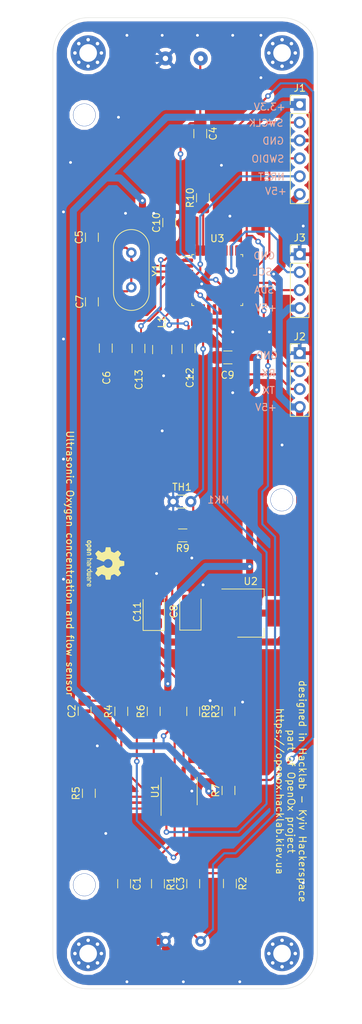
<source format=kicad_pcb>
(kicad_pcb (version 20171130) (host pcbnew 6.0.0-rc1-unknown-95dcc30~66~ubuntu18.04.1)
  (layers (0 F.Cu signal) (31 B.Cu signal) (34 B.Paste user) (35 F.Paste user) (36 B.SilkS user) (37 F.SilkS user) (38 B.Mask user) (39 F.Mask user) (44 Edge.Cuts user))
  (net 0 "")
  (net 1 GND)
  (net 2 "Net-(C1-Pad2)")
  (net 3 "Net-(C2-Pad2)")
  (net 4 "Net-(C3-Pad2)")
  (net 5 /PWM1)
  (net 6 /PWM2)
  (net 7 "Net-(C4-Pad2)")
  (net 8 +3V3)
  (net 9 /OUT1)
  (net 10 /OUT2)
  (net 11 "Net-(R1-Pad1)")
  (net 12 "Net-(R4-Pad1)")
  (net 13 "Net-(C5-Pad1)")
  (net 14 /NRST)
  (net 15 "Net-(C7-Pad1)")
  (net 16 +5V)
  (net 17 /SWCLK)
  (net 18 /SWDIO)
  (net 19 "Net-(J2-Pad3)")
  (net 20 "Net-(J3-Pad2)")
  (net 21 "Net-(J3-Pad3)")
  (net 22 /NTC)
  (net 23 "Net-(R10-Pad1)")
  (net 24 "Net-(U3-Pad10)")
  (net 25 "Net-(U3-Pad11)")
  (net 26 "Net-(U3-Pad12)")
  (net 27 "Net-(U3-Pad13)")
  (net 28 "Net-(U3-Pad14)")
  (net 29 "Net-(U3-Pad15)")
  (net 30 "Net-(U3-Pad21)")
  (net 31 "Net-(U3-Pad22)")
  (net 32 "Net-(U3-Pad25)")
  (net 33 "Net-(U3-Pad26)")
  (net 34 "Net-(U3-Pad27)")
  (net 35 "Net-(U3-Pad28)")
  (net 36 "Net-(U3-Pad30)")
  (net 37 "Net-(L1-Pad1)")
  (module footprints:Flow-sensor (layer B.Cu) (at 65.958201 95.774)
    (fp_text reference MK1 (at 5 0) (layer B.SilkS) (effects (justify mirror)))
    (fp_text value Sensor)
    (pad 1 thru_hole circle (at -2.5 62.5) (size 1.524 1.524) (drill 0.762) (layers *.Cu *.Mask) (net 1 GND))
    (pad 2 thru_hole circle (at 2.5 62.5) (size 1.524 1.524) (drill 0.762) (layers *.Cu *.Mask) (net 5 /PWM1))
    (pad 3 thru_hole circle (at -2.5 -62.5) (size 2 2) (drill 0.762) (layers *.Cu *.Mask) (net 1 GND))
    (pad 4 thru_hole circle (at 2.5 -62.5) (size 2 2) (drill 0.762) (layers *.Cu *.Mask) (net 6 /PWM2))
    (pad "" thru_hole circle (at -14 54.5) (size 3.2 3.2) (drill 3.1) (layers *.Cu *.Mask))
    (pad "" thru_hole circle (at 14 0) (size 3.2 3.2) (drill 3.1) (layers *.Cu *.Mask))
    (pad "" thru_hole circle (at -14 -54.5) (size 3.2 3.2) (drill 3.1) (layers *.Cu *.Mask))
  )
  (module Capacitor_SMD:C_1206_3216Metric_Pad1.42x1.75mm_HandSolder (layer F.Cu) (at 57.6 150.1125 270)
    (fp_text reference C1 (at 0 -1.82 270) (layer F.SilkS))
    (fp_text value 10nF)
    (pad 1 smd roundrect (at -1.4875 0 270) (size 1.425 1.75) (layers F.Cu F.Paste F.Mask) (roundrect_rratio 0.175439) (net 1 GND))
    (pad 2 smd roundrect (at 1.4875 0 270) (size 1.425 1.75) (layers F.Cu F.Paste F.Mask) (roundrect_rratio 0.175439) (net 2 "Net-(C1-Pad2)"))
  )
  (module Capacitor_SMD:C_1206_3216Metric_Pad1.42x1.75mm_HandSolder (layer F.Cu) (at 52 125.6875 90)
    (fp_text reference C2 (at 0 -1.82 90) (layer F.SilkS))
    (fp_text value 10nF)
    (pad 2 smd roundrect (at 1.4875 0 90) (size 1.425 1.75) (layers F.Cu F.Paste F.Mask) (roundrect_rratio 0.175439) (net 3 "Net-(C2-Pad2)"))
    (pad 1 smd roundrect (at -1.4875 0 90) (size 1.425 1.75) (layers F.Cu F.Paste F.Mask) (roundrect_rratio 0.175439) (net 1 GND))
  )
  (module Capacitor_SMD:C_1206_3216Metric_Pad1.42x1.75mm_HandSolder (layer F.Cu) (at 67.4 150.1125 90)
    (fp_text reference C3 (at 0 -1.82 90) (layer F.SilkS))
    (fp_text value 10nF)
    (pad 1 smd roundrect (at -1.4875 0 90) (size 1.425 1.75) (layers F.Cu F.Paste F.Mask) (roundrect_rratio 0.175439) (net 5 /PWM1))
    (pad 2 smd roundrect (at 1.4875 0 90) (size 1.425 1.75) (layers F.Cu F.Paste F.Mask) (roundrect_rratio 0.175439) (net 4 "Net-(C3-Pad2)"))
  )
  (module Capacitor_SMD:C_1206_3216Metric_Pad1.42x1.75mm_HandSolder (layer F.Cu) (at 68.4 43.9125 270)
    (fp_text reference C4 (at 0 -1.82 270) (layer F.SilkS))
    (fp_text value 10nF)
    (pad 2 smd roundrect (at 1.4875 0 270) (size 1.425 1.75) (layers F.Cu F.Paste F.Mask) (roundrect_rratio 0.175439) (net 7 "Net-(C4-Pad2)"))
    (pad 1 smd roundrect (at -1.4875 0 270) (size 1.425 1.75) (layers F.Cu F.Paste F.Mask) (roundrect_rratio 0.175439) (net 6 /PWM2))
  )
  (module Capacitor_SMD:C_1206_3216Metric_Pad1.42x1.75mm_HandSolder (layer F.Cu) (at 53.032 58.5885 90)
    (fp_text reference C5 (at 0 -1.82 90) (layer F.SilkS))
    (fp_text value C_Small)
    (pad 2 smd roundrect (at 1.4875 0 90) (size 1.425 1.75) (layers F.Cu F.Paste F.Mask) (roundrect_rratio 0.175439) (net 1 GND))
    (pad 1 smd roundrect (at -1.4875 0 90) (size 1.425 1.75) (layers F.Cu F.Paste F.Mask) (roundrect_rratio 0.175439) (net 13 "Net-(C5-Pad1)"))
  )
  (module Capacitor_SMD:C_1206_3216Metric_Pad1.42x1.75mm_HandSolder (layer F.Cu) (at 55 74.2875 90)
    (fp_text reference C6 (at -4.1985 0.118 90) (layer F.SilkS))
    (fp_text value 100n)
    (pad 2 smd roundrect (at 1.4875 0 90) (size 1.425 1.75) (layers F.Cu F.Paste F.Mask) (roundrect_rratio 0.175439) (net 14 /NRST))
    (pad 1 smd roundrect (at -1.4875 0 90) (size 1.425 1.75) (layers F.Cu F.Paste F.Mask) (roundrect_rratio 0.175439) (net 1 GND))
  )
  (module Capacitor_SMD:C_1206_3216Metric_Pad1.42x1.75mm_HandSolder (layer F.Cu) (at 53.032 67.7325 270)
    (fp_text reference C7 (at 0 1.724 270) (layer F.SilkS))
    (fp_text value C_Small)
    (pad 1 smd roundrect (at -1.4875 0 270) (size 1.425 1.75) (layers F.Cu F.Paste F.Mask) (roundrect_rratio 0.175439) (net 15 "Net-(C7-Pad1)"))
    (pad 2 smd roundrect (at 1.4875 0 270) (size 1.425 1.75) (layers F.Cu F.Paste F.Mask) (roundrect_rratio 0.175439) (net 1 GND))
  )
  (module Capacitor_Tantalum_SMD:CP_EIA-3528-21_Kemet-B_Pad1.50x2.35mm_HandSolder (layer F.Cu) (at 67 111.575 90)
    (fp_text reference C8 (at 0 -2.35 90) (layer F.SilkS))
    (fp_text value 100uF)
    (pad 1 smd roundrect (at -1.625 0 90) (size 1.5 2.35) (layers F.Cu F.Paste F.Mask) (roundrect_rratio 0.166667) (net 8 +3V3))
    (pad 2 smd roundrect (at 1.625 0 90) (size 1.5 2.35) (layers F.Cu F.Paste F.Mask) (roundrect_rratio 0.166667) (net 1 GND))
  )
  (module Capacitor_SMD:C_1206_3216Metric_Pad1.42x1.75mm_HandSolder (layer F.Cu) (at 72.3125 75.6 180)
    (fp_text reference C9 (at 0.0495 -2.505 180) (layer F.SilkS))
    (fp_text value 100n)
    (pad 1 smd roundrect (at -1.4875 0 180) (size 1.425 1.75) (layers F.Cu F.Paste F.Mask) (roundrect_rratio 0.175439) (net 8 +3V3))
    (pad 2 smd roundrect (at 1.4875 0 180) (size 1.425 1.75) (layers F.Cu F.Paste F.Mask) (roundrect_rratio 0.175439) (net 1 GND))
  )
  (module Capacitor_SMD:C_1206_3216Metric_Pad1.42x1.75mm_HandSolder (layer F.Cu) (at 64 56.5125 90)
    (fp_text reference C10 (at 0 -1.82 90) (layer F.SilkS))
    (fp_text value 100n)
    (pad 2 smd roundrect (at 1.4875 0 90) (size 1.425 1.75) (layers F.Cu F.Paste F.Mask) (roundrect_rratio 0.175439) (net 1 GND))
    (pad 1 smd roundrect (at -1.4875 0 90) (size 1.425 1.75) (layers F.Cu F.Paste F.Mask) (roundrect_rratio 0.175439) (net 8 +3V3))
  )
  (module Capacitor_Tantalum_SMD:CP_EIA-3528-21_Kemet-B_Pad1.50x2.35mm_HandSolder (layer F.Cu) (at 61.8 111.625 90)
    (fp_text reference C11 (at 0 -2.35 90) (layer F.SilkS))
    (fp_text value 100uF)
    (pad 2 smd roundrect (at 1.625 0 90) (size 1.5 2.35) (layers F.Cu F.Paste F.Mask) (roundrect_rratio 0.166667) (net 1 GND))
    (pad 1 smd roundrect (at -1.625 0 90) (size 1.5 2.35) (layers F.Cu F.Paste F.Mask) (roundrect_rratio 0.166667) (net 16 +5V))
  )
  (module Capacitor_SMD:C_1206_3216Metric_Pad1.42x1.75mm_HandSolder (layer F.Cu) (at 66.748 74.3365 90)
    (fp_text reference C12 (at -4.1495 0.181 90) (layer F.SilkS))
    (fp_text value 10n)
    (pad 1 smd roundrect (at -1.4875 0 90) (size 1.425 1.75) (layers F.Cu F.Paste F.Mask) (roundrect_rratio 0.175439) (net 1 GND))
    (pad 2 smd roundrect (at 1.4875 0 90) (size 1.425 1.75) (layers F.Cu F.Paste F.Mask) (roundrect_rratio 0.175439) (net 8 +3V3))
  )
  (module Capacitor_SMD:C_1206_3216Metric_Pad1.42x1.75mm_HandSolder (layer F.Cu) (at 59.636 74.3365 90)
    (fp_text reference C13 (at -4.4035 0.054 90) (layer F.SilkS))
    (fp_text value 1uF)
    (pad 1 smd roundrect (at -1.4875 0 90) (size 1.425 1.75) (layers F.Cu F.Paste F.Mask) (roundrect_rratio 0.175439) (net 1 GND))
    (pad 2 smd roundrect (at 1.4875 0 90) (size 1.425 1.75) (layers F.Cu F.Paste F.Mask) (roundrect_rratio 0.175439) (net 8 +3V3))
  )
  (module Connector_PinHeader_2.54mm:PinHeader_1x06_P2.54mm_Vertical (layer F.Cu) (at 82.5 39.8)
    (fp_text reference J1 (at 0 -2.33) (layer F.SilkS))
    (fp_text value DEBUG)
    (pad 1 thru_hole rect (at 0 0) (size 1.7 1.7) (drill 1) (layers *.Cu *.Mask) (net 8 +3V3))
    (pad 2 thru_hole oval (at 0 2.54) (size 1.7 1.7) (drill 1) (layers *.Cu *.Mask) (net 17 /SWCLK))
    (pad 3 thru_hole oval (at 0 5.08) (size 1.7 1.7) (drill 1) (layers *.Cu *.Mask) (net 1 GND))
    (pad 4 thru_hole oval (at 0 7.62) (size 1.7 1.7) (drill 1) (layers *.Cu *.Mask) (net 18 /SWDIO))
    (pad 5 thru_hole oval (at 0 10.16) (size 1.7 1.7) (drill 1) (layers *.Cu *.Mask) (net 14 /NRST))
    (pad 6 thru_hole oval (at 0 12.7) (size 1.7 1.7) (drill 1) (layers *.Cu *.Mask) (net 16 +5V))
  )
  (module Connector_PinHeader_2.54mm:PinHeader_1x04_P2.54mm_Vertical (layer F.Cu) (at 82.5 75)
    (fp_text reference J2 (at 0 -2.33) (layer F.SilkS))
    (fp_text value UART)
    (pad 4 thru_hole oval (at 0 7.62) (size 1.7 1.7) (drill 1) (layers *.Cu *.Mask) (net 16 +5V))
    (pad 3 thru_hole oval (at 0 5.08) (size 1.7 1.7) (drill 1) (layers *.Cu *.Mask) (net 19 "Net-(J2-Pad3)"))
    (pad 2 thru_hole oval (at 0 2.54) (size 1.7 1.7) (drill 1) (layers *.Cu *.Mask) (net 17 /SWCLK))
    (pad 1 thru_hole rect (at 0 0) (size 1.7 1.7) (drill 1) (layers *.Cu *.Mask) (net 1 GND))
  )
  (module Connector_PinHeader_2.54mm:PinHeader_1x04_P2.54mm_Vertical (layer F.Cu) (at 82.5 61)
    (fp_text reference J3 (at 0 -2.33) (layer F.SilkS))
    (fp_text value I2C)
    (pad 1 thru_hole rect (at 0 0) (size 1.7 1.7) (drill 1) (layers *.Cu *.Mask) (net 1 GND))
    (pad 2 thru_hole oval (at 0 2.54) (size 1.7 1.7) (drill 1) (layers *.Cu *.Mask) (net 20 "Net-(J3-Pad2)"))
    (pad 3 thru_hole oval (at 0 5.08) (size 1.7 1.7) (drill 1) (layers *.Cu *.Mask) (net 21 "Net-(J3-Pad3)"))
    (pad 4 thru_hole oval (at 0 7.62) (size 1.7 1.7) (drill 1) (layers *.Cu *.Mask) (net 16 +5V))
  )
  (module Inductor_SMD:L_1210_3225Metric_Pad1.42x2.65mm_HandSolder (layer F.Cu) (at 63 74.4875 270)
    (fp_text reference L1 (at -3.8955 0.054 270) (layer F.SilkS))
    (fp_text value 22uH)
    (pad 1 smd roundrect (at -1.4875 0 270) (size 1.425 2.65) (layers F.Cu F.Paste F.Mask) (roundrect_rratio 0.175439) (net 37 "Net-(L1-Pad1)"))
    (pad 2 smd roundrect (at 1.4875 0 270) (size 1.425 2.65) (layers F.Cu F.Paste F.Mask) (roundrect_rratio 0.175439) (net 8 +3V3))
  )
  (module Resistor_SMD:R_1206_3216Metric_Pad1.42x1.75mm_HandSolder (layer F.Cu) (at 62.4 150.1125 270)
    (fp_text reference R1 (at 0 -1.82 270) (layer F.SilkS))
    (fp_text value 1k)
    (pad 1 smd roundrect (at -1.4875 0 270) (size 1.425 1.75) (layers F.Cu F.Paste F.Mask) (roundrect_rratio 0.175439) (net 11 "Net-(R1-Pad1)"))
    (pad 2 smd roundrect (at 1.4875 0 270) (size 1.425 1.75) (layers F.Cu F.Paste F.Mask) (roundrect_rratio 0.175439) (net 2 "Net-(C1-Pad2)"))
  )
  (module Resistor_SMD:R_1206_3216Metric_Pad1.42x1.75mm_HandSolder (layer F.Cu) (at 72.6 150.0875 270)
    (fp_text reference R2 (at 0 -1.82 270) (layer F.SilkS))
    (fp_text value 1M)
    (pad 1 smd roundrect (at -1.4875 0 270) (size 1.425 1.75) (layers F.Cu F.Paste F.Mask) (roundrect_rratio 0.175439) (net 4 "Net-(C3-Pad2)"))
    (pad 2 smd roundrect (at 1.4875 0 270) (size 1.425 1.75) (layers F.Cu F.Paste F.Mask) (roundrect_rratio 0.175439) (net 1 GND))
  )
  (module Resistor_SMD:R_1206_3216Metric_Pad1.42x1.75mm_HandSolder (layer F.Cu) (at 72.4 125.7125 90)
    (fp_text reference R3 (at 0 -1.82 90) (layer F.SilkS))
    (fp_text value 1M)
    (pad 1 smd roundrect (at -1.4875 0 90) (size 1.425 1.75) (layers F.Cu F.Paste F.Mask) (roundrect_rratio 0.175439) (net 7 "Net-(C4-Pad2)"))
    (pad 2 smd roundrect (at 1.4875 0 90) (size 1.425 1.75) (layers F.Cu F.Paste F.Mask) (roundrect_rratio 0.175439) (net 1 GND))
  )
  (module Resistor_SMD:R_1206_3216Metric_Pad1.42x1.75mm_HandSolder (layer F.Cu) (at 57.2 125.7125 90)
    (fp_text reference R4 (at 0 -1.82 90) (layer F.SilkS))
    (fp_text value 1k)
    (pad 1 smd roundrect (at -1.4875 0 90) (size 1.425 1.75) (layers F.Cu F.Paste F.Mask) (roundrect_rratio 0.175439) (net 12 "Net-(R4-Pad1)"))
    (pad 2 smd roundrect (at 1.4875 0 90) (size 1.425 1.75) (layers F.Cu F.Paste F.Mask) (roundrect_rratio 0.175439) (net 3 "Net-(C2-Pad2)"))
  )
  (module Resistor_SMD:R_1206_3216Metric_Pad1.42x1.75mm_HandSolder (layer F.Cu) (at 52.6 137.3125 90)
    (fp_text reference R5 (at 0 -1.82 90) (layer F.SilkS))
    (fp_text value 100k)
    (pad 2 smd roundrect (at 1.4875 0 90) (size 1.425 1.75) (layers F.Cu F.Paste F.Mask) (roundrect_rratio 0.175439) (net 11 "Net-(R1-Pad1)"))
    (pad 1 smd roundrect (at -1.4875 0 90) (size 1.425 1.75) (layers F.Cu F.Paste F.Mask) (roundrect_rratio 0.175439) (net 9 /OUT1))
  )
  (module Resistor_SMD:R_1206_3216Metric_Pad1.42x1.75mm_HandSolder (layer F.Cu) (at 61.8 125.7125 90)
    (fp_text reference R6 (at 0 -1.82 90) (layer F.SilkS))
    (fp_text value 1M)
    (pad 2 smd roundrect (at 1.4875 0 90) (size 1.425 1.75) (layers F.Cu F.Paste F.Mask) (roundrect_rratio 0.175439) (net 4 "Net-(C3-Pad2)"))
    (pad 1 smd roundrect (at -1.4875 0 90) (size 1.425 1.75) (layers F.Cu F.Paste F.Mask) (roundrect_rratio 0.175439) (net 8 +3V3))
  )
  (module Resistor_SMD:R_1206_3216Metric_Pad1.42x1.75mm_HandSolder (layer F.Cu) (at 72.4 136.9125 90)
    (fp_text reference R7 (at 0 -1.82 90) (layer F.SilkS))
    (fp_text value 1M)
    (pad 2 smd roundrect (at 1.4875 0 90) (size 1.425 1.75) (layers F.Cu F.Paste F.Mask) (roundrect_rratio 0.175439) (net 7 "Net-(C4-Pad2)"))
    (pad 1 smd roundrect (at -1.4875 0 90) (size 1.425 1.75) (layers F.Cu F.Paste F.Mask) (roundrect_rratio 0.175439) (net 8 +3V3))
  )
  (module Resistor_SMD:R_1206_3216Metric_Pad1.42x1.75mm_HandSolder (layer F.Cu) (at 67.4 125.7125 270)
    (fp_text reference R8 (at 0 -1.82 270) (layer F.SilkS))
    (fp_text value 100k)
    (pad 2 smd roundrect (at 1.4875 0 270) (size 1.425 1.75) (layers F.Cu F.Paste F.Mask) (roundrect_rratio 0.175439) (net 12 "Net-(R4-Pad1)"))
    (pad 1 smd roundrect (at -1.4875 0 270) (size 1.425 1.75) (layers F.Cu F.Paste F.Mask) (roundrect_rratio 0.175439) (net 10 /OUT2))
  )
  (module Resistor_SMD:R_1206_3216Metric_Pad1.42x1.75mm_HandSolder (layer F.Cu) (at 65.9125 100.8 180)
    (fp_text reference R9 (at 0 -1.82 180) (layer F.SilkS))
    (fp_text value 10k)
    (pad 2 smd roundrect (at 1.4875 0 180) (size 1.425 1.75) (layers F.Cu F.Paste F.Mask) (roundrect_rratio 0.175439) (net 8 +3V3))
    (pad 1 smd roundrect (at -1.4875 0 180) (size 1.425 1.75) (layers F.Cu F.Paste F.Mask) (roundrect_rratio 0.175439) (net 22 /NTC))
  )
  (module Resistor_SMD:R_1206_3216Metric_Pad1.42x1.75mm_HandSolder (layer F.Cu) (at 68.78 53.0005 90)
    (fp_text reference R10 (at 0 -1.82 90) (layer F.SilkS))
    (fp_text value R_Small)
    (pad 1 smd roundrect (at -1.4875 0 90) (size 1.425 1.75) (layers F.Cu F.Paste F.Mask) (roundrect_rratio 0.175439) (net 23 "Net-(R10-Pad1)"))
    (pad 2 smd roundrect (at 1.4875 0 90) (size 1.425 1.75) (layers F.Cu F.Paste F.Mask) (roundrect_rratio 0.175439) (net 1 GND))
  )
  (module Capacitor_THT:C_Disc_D3.0mm_W1.6mm_P2.50mm (layer F.Cu) (at 64.556 96.012)
    (fp_text reference TH1 (at 1.25 -2.05) (layer F.SilkS))
    (fp_text value 10k)
    (pad 1 thru_hole circle (at 0 0) (size 1.6 1.6) (drill 0.8) (layers *.Cu *.Mask) (net 1 GND))
    (pad 2 thru_hole circle (at 2.5 0) (size 1.6 1.6) (drill 0.8) (layers *.Cu *.Mask) (net 22 /NTC))
  )
  (module Package_SO:SOIC-8_3.9x4.9mm_P1.27mm (layer F.Cu) (at 65.4 137 90)
    (fp_text reference U1 (at 0 -3.4 90) (layer F.SilkS))
    (fp_text value LM358)
    (pad 1 smd roundrect (at -2.475 -1.905 90) (size 1.95 0.6) (layers F.Cu F.Paste F.Mask) (net 9 /OUT1))
    (pad 2 smd roundrect (at -2.475 -0.635 90) (size 1.95 0.6) (layers F.Cu F.Paste F.Mask) (net 11 "Net-(R1-Pad1)"))
    (pad 3 smd roundrect (at -2.475 0.635 90) (size 1.95 0.6) (layers F.Cu F.Paste F.Mask) (net 4 "Net-(C3-Pad2)"))
    (pad 4 smd roundrect (at -2.475 1.905 90) (size 1.95 0.6) (layers F.Cu F.Paste F.Mask) (net 1 GND))
    (pad 5 smd roundrect (at 2.475 1.905 90) (size 1.95 0.6) (layers F.Cu F.Paste F.Mask) (net 7 "Net-(C4-Pad2)"))
    (pad 6 smd roundrect (at 2.475 0.635 90) (size 1.95 0.6) (layers F.Cu F.Paste F.Mask) (net 12 "Net-(R4-Pad1)"))
    (pad 7 smd roundrect (at 2.475 -0.635 90) (size 1.95 0.6) (layers F.Cu F.Paste F.Mask) (net 10 /OUT2))
    (pad 8 smd roundrect (at 2.475 -1.905 90) (size 1.95 0.6) (layers F.Cu F.Paste F.Mask) (net 8 +3V3))
  )
  (module Package_TO_SOT_SMD:SOT-223-3_TabPin2 (layer F.Cu) (at 75.55 111.8)
    (fp_text reference U2 (at 0 -4.5) (layer F.SilkS))
    (fp_text value LD1117S33TR_SOT223)
    (pad 2 smd rect (at 3.15 0) (size 2 3.8) (layers F.Cu F.Paste F.Mask) (net 8 +3V3))
    (pad 2 smd rect (at -3.15 0) (size 2 1.5) (layers F.Cu F.Paste F.Mask) (net 8 +3V3))
    (pad 3 smd rect (at -3.15 2.3) (size 2 1.5) (layers F.Cu F.Paste F.Mask) (net 16 +5V))
    (pad 1 smd rect (at -3.15 -2.3) (size 2 1.5) (layers F.Cu F.Paste F.Mask) (net 1 GND))
  )
  (module Package_QFP:LQFP-32_7x7mm_P0.8mm (layer F.Cu) (at 70.812 64.648)
    (fp_text reference U3 (at 0 -5.88) (layer F.SilkS))
    (fp_text value STM32F030K6Tx)
    (pad 1 smd roundrect (at -4.175 -2.8) (size 1.5 0.5) (layers F.Cu F.Paste F.Mask) (net 8 +3V3))
    (pad 2 smd roundrect (at -4.175 -2) (size 1.5 0.5) (layers F.Cu F.Paste F.Mask) (net 13 "Net-(C5-Pad1)"))
    (pad 3 smd roundrect (at -4.175 -1.2) (size 1.5 0.5) (layers F.Cu F.Paste F.Mask) (net 15 "Net-(C7-Pad1)"))
    (pad 4 smd roundrect (at -4.175 -0.4) (size 1.5 0.5) (layers F.Cu F.Paste F.Mask) (net 14 /NRST))
    (pad 5 smd roundrect (at -4.175 0.4) (size 1.5 0.5) (layers F.Cu F.Paste F.Mask) (net 37 "Net-(L1-Pad1)"))
    (pad 6 smd roundrect (at -4.175 1.2) (size 1.5 0.5) (layers F.Cu F.Paste F.Mask) (net 9 /OUT1))
    (pad 7 smd roundrect (at -4.175 2) (size 1.5 0.5) (layers F.Cu F.Paste F.Mask) (net 10 /OUT2))
    (pad 8 smd roundrect (at -4.175 2.8) (size 1.5 0.5) (layers F.Cu F.Paste F.Mask) (net 22 /NTC))
    (pad 9 smd roundrect (at -2.8 4.175) (size 0.5 1.5) (layers F.Cu F.Paste F.Mask) (net 19 "Net-(J2-Pad3)"))
    (pad 10 smd roundrect (at -2 4.175) (size 0.5 1.5) (layers F.Cu F.Paste F.Mask) (net 24 "Net-(U3-Pad10)"))
    (pad 11 smd roundrect (at -1.2 4.175) (size 0.5 1.5) (layers F.Cu F.Paste F.Mask) (net 25 "Net-(U3-Pad11)"))
    (pad 12 smd roundrect (at -0.4 4.175) (size 0.5 1.5) (layers F.Cu F.Paste F.Mask) (net 26 "Net-(U3-Pad12)"))
    (pad 13 smd roundrect (at 0.4 4.175) (size 0.5 1.5) (layers F.Cu F.Paste F.Mask) (net 27 "Net-(U3-Pad13)"))
    (pad 14 smd roundrect (at 1.2 4.175) (size 0.5 1.5) (layers F.Cu F.Paste F.Mask) (net 28 "Net-(U3-Pad14)"))
    (pad 15 smd roundrect (at 2 4.175) (size 0.5 1.5) (layers F.Cu F.Paste F.Mask) (net 29 "Net-(U3-Pad15)"))
    (pad 16 smd roundrect (at 2.8 4.175) (size 0.5 1.5) (layers F.Cu F.Paste F.Mask) (net 1 GND))
    (pad 17 smd roundrect (at 4.175 2.8) (size 1.5 0.5) (layers F.Cu F.Paste F.Mask) (net 8 +3V3))
    (pad 18 smd roundrect (at 4.175 2) (size 1.5 0.5) (layers F.Cu F.Paste F.Mask) (net 5 /PWM1))
    (pad 19 smd roundrect (at 4.175 1.2) (size 1.5 0.5) (layers F.Cu F.Paste F.Mask) (net 6 /PWM2))
    (pad 20 smd roundrect (at 4.175 0.4) (size 1.5 0.5) (layers F.Cu F.Paste F.Mask) (net 21 "Net-(J3-Pad3)"))
    (pad 21 smd roundrect (at 4.175 -0.4) (size 1.5 0.5) (layers F.Cu F.Paste F.Mask) (net 30 "Net-(U3-Pad21)"))
    (pad 22 smd roundrect (at 4.175 -1.2) (size 1.5 0.5) (layers F.Cu F.Paste F.Mask) (net 31 "Net-(U3-Pad22)"))
    (pad 23 smd roundrect (at 4.175 -2) (size 1.5 0.5) (layers F.Cu F.Paste F.Mask) (net 18 /SWDIO))
    (pad 24 smd roundrect (at 4.175 -2.8) (size 1.5 0.5) (layers F.Cu F.Paste F.Mask) (net 17 /SWCLK))
    (pad 25 smd roundrect (at 2.8 -4.175) (size 0.5 1.5) (layers F.Cu F.Paste F.Mask) (net 32 "Net-(U3-Pad25)"))
    (pad 26 smd roundrect (at 2 -4.175) (size 0.5 1.5) (layers F.Cu F.Paste F.Mask) (net 33 "Net-(U3-Pad26)"))
    (pad 27 smd roundrect (at 1.2 -4.175) (size 0.5 1.5) (layers F.Cu F.Paste F.Mask) (net 34 "Net-(U3-Pad27)"))
    (pad 28 smd roundrect (at 0.4 -4.175) (size 0.5 1.5) (layers F.Cu F.Paste F.Mask) (net 35 "Net-(U3-Pad28)"))
    (pad 29 smd roundrect (at -0.4 -4.175) (size 0.5 1.5) (layers F.Cu F.Paste F.Mask) (net 20 "Net-(J3-Pad2)"))
    (pad 30 smd roundrect (at -1.2 -4.175) (size 0.5 1.5) (layers F.Cu F.Paste F.Mask) (net 36 "Net-(U3-Pad30)"))
    (pad 31 smd roundrect (at -2 -4.175) (size 0.5 1.5) (layers F.Cu F.Paste F.Mask) (net 23 "Net-(R10-Pad1)"))
    (pad 32 smd roundrect (at -2.8 -4.175) (size 0.5 1.5) (layers F.Cu F.Paste F.Mask) (net 1 GND))
  )
  (module Crystal:Crystal_HC49-4H_Vertical (layer F.Cu) (at 58.62 60.784 270)
    (fp_text reference Y1 (at 2.44 -3.525 270) (layer F.SilkS))
    (fp_text value Crystal)
    (pad 1 thru_hole circle (at 0 0 270) (size 1.5 1.5) (drill 0.8) (layers *.Cu *.Mask) (net 13 "Net-(C5-Pad1)"))
    (pad 2 thru_hole circle (at 4.88 0 270) (size 1.5 1.5) (drill 0.8) (layers *.Cu *.Mask) (net 15 "Net-(C7-Pad1)"))
  )
  (module MountingHole:MountingHole_2.5mm_Pad_Via (layer F.Cu) (at 80 160)
    (fp_text reference " " (at 0 -3.5) (layer F.SilkS))
    (fp_text value MountingHole_2.5mm_Pad_Via)
    (pad 1 thru_hole circle (at 1.325825 -1.325825) (size 0.8 0.8) (drill 0.5) (layers *.Cu *.Mask))
    (pad 1 thru_hole circle (at 0 -1.875) (size 0.8 0.8) (drill 0.5) (layers *.Cu *.Mask))
    (pad 1 thru_hole circle (at -1.325825 -1.325825) (size 0.8 0.8) (drill 0.5) (layers *.Cu *.Mask))
    (pad 1 thru_hole circle (at -1.875 0) (size 0.8 0.8) (drill 0.5) (layers *.Cu *.Mask))
    (pad 1 thru_hole circle (at -1.325825 1.325825) (size 0.8 0.8) (drill 0.5) (layers *.Cu *.Mask))
    (pad 1 thru_hole circle (at 0 1.875) (size 0.8 0.8) (drill 0.5) (layers *.Cu *.Mask))
    (pad 1 thru_hole circle (at 1.325825 1.325825) (size 0.8 0.8) (drill 0.5) (layers *.Cu *.Mask))
    (pad 1 thru_hole circle (at 1.875 0) (size 0.8 0.8) (drill 0.5) (layers *.Cu *.Mask))
    (pad 1 thru_hole circle (at 0 0) (size 5 5) (drill 2.5) (layers *.Cu *.Mask))
  )
  (module MountingHole:MountingHole_2.5mm_Pad_Via (layer F.Cu) (at 52.5 160)
    (fp_text reference " " (at 0 -3.5) (layer F.SilkS))
    (fp_text value MountingHole_2.5mm_Pad_Via)
    (pad 1 thru_hole circle (at 1.325825 -1.325825) (size 0.8 0.8) (drill 0.5) (layers *.Cu *.Mask))
    (pad 1 thru_hole circle (at 0 -1.875) (size 0.8 0.8) (drill 0.5) (layers *.Cu *.Mask))
    (pad 1 thru_hole circle (at -1.325825 -1.325825) (size 0.8 0.8) (drill 0.5) (layers *.Cu *.Mask))
    (pad 1 thru_hole circle (at -1.875 0) (size 0.8 0.8) (drill 0.5) (layers *.Cu *.Mask))
    (pad 1 thru_hole circle (at -1.325825 1.325825) (size 0.8 0.8) (drill 0.5) (layers *.Cu *.Mask))
    (pad 1 thru_hole circle (at 0 1.875) (size 0.8 0.8) (drill 0.5) (layers *.Cu *.Mask))
    (pad 1 thru_hole circle (at 1.325825 1.325825) (size 0.8 0.8) (drill 0.5) (layers *.Cu *.Mask))
    (pad 1 thru_hole circle (at 1.875 0) (size 0.8 0.8) (drill 0.5) (layers *.Cu *.Mask))
    (pad 1 thru_hole circle (at 0 0) (size 5 5) (drill 2.5) (layers *.Cu *.Mask))
  )
  (module MountingHole:MountingHole_2.5mm_Pad_Via (layer F.Cu) (at 52.5 32.5)
    (fp_text reference "  " (at -0.049 -3.925) (layer F.SilkS))
    (fp_text value MountingHole_2.5mm_Pad_Via)
    (pad 1 thru_hole circle (at 1.325825 -1.325825) (size 0.8 0.8) (drill 0.5) (layers *.Cu *.Mask))
    (pad 1 thru_hole circle (at 0 -1.875) (size 0.8 0.8) (drill 0.5) (layers *.Cu *.Mask))
    (pad 1 thru_hole circle (at -1.325825 -1.325825) (size 0.8 0.8) (drill 0.5) (layers *.Cu *.Mask))
    (pad 1 thru_hole circle (at -1.875 0) (size 0.8 0.8) (drill 0.5) (layers *.Cu *.Mask))
    (pad 1 thru_hole circle (at -1.325825 1.325825) (size 0.8 0.8) (drill 0.5) (layers *.Cu *.Mask))
    (pad 1 thru_hole circle (at 0 1.875) (size 0.8 0.8) (drill 0.5) (layers *.Cu *.Mask))
    (pad 1 thru_hole circle (at 1.325825 1.325825) (size 0.8 0.8) (drill 0.5) (layers *.Cu *.Mask))
    (pad 1 thru_hole circle (at 1.875 0) (size 0.8 0.8) (drill 0.5) (layers *.Cu *.Mask))
    (pad 1 thru_hole circle (at 0 0) (size 5 5) (drill 2.5) (layers *.Cu *.Mask))
  )
  (module MountingHole:MountingHole_2.5mm_Pad_Via (layer F.Cu) (at 80 32.5)
    (fp_text reference " " (at 0 -3.5) (layer F.SilkS))
    (fp_text value MountingHole_2.5mm_Pad_Via)
    (pad 1 thru_hole circle (at 1.325825 -1.325825) (size 0.8 0.8) (drill 0.5) (layers *.Cu *.Mask))
    (pad 1 thru_hole circle (at 0 -1.875) (size 0.8 0.8) (drill 0.5) (layers *.Cu *.Mask))
    (pad 1 thru_hole circle (at -1.325825 -1.325825) (size 0.8 0.8) (drill 0.5) (layers *.Cu *.Mask))
    (pad 1 thru_hole circle (at -1.875 0) (size 0.8 0.8) (drill 0.5) (layers *.Cu *.Mask))
    (pad 1 thru_hole circle (at -1.325825 1.325825) (size 0.8 0.8) (drill 0.5) (layers *.Cu *.Mask))
    (pad 1 thru_hole circle (at 0 1.875) (size 0.8 0.8) (drill 0.5) (layers *.Cu *.Mask))
    (pad 1 thru_hole circle (at 1.325825 1.325825) (size 0.8 0.8) (drill 0.5) (layers *.Cu *.Mask))
    (pad 1 thru_hole circle (at 1.875 0) (size 0.8 0.8) (drill 0.5) (layers *.Cu *.Mask))
    (pad 1 thru_hole circle (at 0 0) (size 5 5) (drill 2.5) (layers *.Cu *.Mask))
  )
  (module Symbol:OSHW-Logo2_7.3x6mm_SilkScreen (layer F.Cu) (at 54.864 104.775 270)
    (fp_text reference REF** hide)
    (fp_text value OSHW-Logo2_7.3x6mm_SilkScreen hide)
  )
  (gr_text "designed in Hacklab - Kyiv Hackerspace\npart of OpenOx project\nhttps://openox.hacklab.kiev.ua" (at 81.28 137.033 270) (layer F.SilkS) (effects (font (size 1 1))))
  (gr_text "Ultrasonic Oxygen concentration and flow sensor" (at 49.911 104.775 -90) (layer F.SilkS) (effects (font (size 1 1))))
  (gr_text +5V (at 77.724 82.677) (layer B.SilkS) (effects (font (size 1 1)) (justify mirror)))
  (gr_text TX (at 78.105 80.264) (layer B.SilkS) (effects (font (size 1 1)) (justify mirror)))
  (gr_text RX (at 78.105 77.851) (layer B.SilkS) (effects (font (size 1 1)) (justify mirror)))
  (gr_text GND (at 77.851 75.311) (layer B.SilkS) (effects (font (size 1 1)) (justify mirror)))
  (gr_text +5V (at 77.724 68.58) (layer B.SilkS) (effects (font (size 1 1)) (justify mirror)))
  (gr_text "SDA\n" (at 77.47 66.04) (layer B.SilkS) (effects (font (size 1 1)) (justify mirror)))
  (gr_text SCL (at 77.216 63.5) (layer B.SilkS) (effects (font (size 1 1)) (justify mirror)))
  (gr_text GND (at 77.47 61.214) (layer B.SilkS) (effects (font (size 1 1)) (justify mirror)))
  (gr_text +5V (at 79.121 52.07) (layer B.SilkS) (effects (font (size 1 1)) (justify mirror)))
  (gr_text NRST (at 78.486 50.038) (layer B.SilkS) (effects (font (size 1 1)) (justify mirror)))
  (gr_text SWDIO (at 77.978 47.498) (layer B.SilkS) (effects (font (size 1 1)) (justify mirror)))
  (gr_text GND (at 78.74 44.958) (layer B.SilkS) (effects (font (size 1 1)) (justify mirror)))
  (gr_text SWCLK (at 77.724 42.418) (layer B.SilkS) (effects (font (size 1 1)) (justify mirror)))
  (gr_text +3.3V (at 78.232 40.132) (layer B.SilkS) (effects (font (size 1 1)) (justify mirror)))
  (gr_arc (start 80 160) (end 80 165) (angle -90) (layer Edge.Cuts) (width 0.05))
  (gr_arc (start 52.5 160) (end 47.5 160) (angle -90) (layer Edge.Cuts) (width 0.05))
  (gr_arc (start 52.5 32.5) (end 52.5 27.5) (angle -90) (layer Edge.Cuts) (width 0.05))
  (gr_arc (start 80 32.5) (end 85 32.5) (angle -90) (layer Edge.Cuts) (width 0.05))
  (gr_line (start 85 32.5) (end 85 160) (layer Edge.Cuts) (width 0.05))
  (gr_line (start 52.5 27.5) (end 80 27.5) (layer Edge.Cuts) (width 0.05))
  (gr_line (start 52.5 165) (end 80 165) (layer Edge.Cuts) (width 0.05))
  (gr_line (start 47.5 32.5) (end 47.5 160) (layer Edge.Cuts) (width 0.05))
  (via (at 55 143) (size 0.8) (drill 0.4) (layers F.Cu B.Cu) (net 1))
  (via (at 80 88) (size 0.8) (drill 0.4) (layers F.Cu B.Cu) (net 1))
  (via (at 83 150) (size 0.8) (drill 0.4) (layers F.Cu B.Cu) (net 1))
  (via (at 74 164) (size 0.8) (drill 0.4) (layers F.Cu B.Cu) (net 1))
  (via (at 66 164) (size 0.8) (drill 0.4) (layers F.Cu B.Cu) (net 1))
  (via (at 58 164) (size 0.8) (drill 0.4) (layers F.Cu B.Cu) (net 1))
  (via (at 49 73) (size 0.8) (drill 0.4) (layers F.Cu B.Cu) (net 1))
  (via (at 49 55) (size 0.8) (drill 0.4) (layers F.Cu B.Cu) (net 1))
  (via (at 49 90) (size 0.8) (drill 0.4) (layers F.Cu B.Cu) (net 1))
  (via (at 49 107) (size 0.8) (drill 0.4) (layers F.Cu B.Cu) (net 1))
  (segment (start 63.458201 159.35163) (end 65.106571 161) (width 1) (layer F.Cu) (net 1))
  (segment (start 63.458201 158.274) (end 63.458201 159.35163) (width 1) (layer F.Cu) (net 1))
  (segment (start 65.106571 161) (end 70.4 161) (width 1) (layer F.Cu) (net 1))
  (segment (start 72.6 158.8) (end 72.6 151.575) (width 1) (layer F.Cu) (net 1))
  (segment (start 70.4 161) (end 72.6 158.8) (width 1) (layer F.Cu) (net 1))
  (segment (start 56.625 148.625) (end 55.2 150.05) (width 1) (layer F.Cu) (net 1))
  (segment (start 57.6 148.625) (end 56.625 148.625) (width 1) (layer F.Cu) (net 1))
  (segment (start 55.2 150.05) (end 55.2 155.4) (width 1) (layer F.Cu) (net 1))
  (segment (start 58.074 158.274) (end 63.458201 158.274) (width 1) (layer F.Cu) (net 1))
  (segment (start 55.2 155.4) (end 58.074 158.274) (width 1) (layer F.Cu) (net 1))
  (segment (start 67.67571 139.84571) (end 69.64571 139.84571) (width 0.3) (layer F.Cu) (net 1))
  (segment (start 67.305 139.475) (end 67.67571 139.84571) (width 0.3) (layer F.Cu) (net 1))
  (segment (start 69.64571 139.84571) (end 75 145.2) (width 0.3) (layer F.Cu) (net 1))
  (segment (start 75 145.2) (end 75 150.6) (width 0.3) (layer F.Cu) (net 1))
  (segment (start 75 150.6) (end 74 151.6) (width 0.3) (layer F.Cu) (net 1))
  (segment (start 73.975 151.575) (end 72.6 151.575) (width 0.3) (layer F.Cu) (net 1))
  (segment (start 74 151.6) (end 73.975 151.575) (width 0.3) (layer F.Cu) (net 1))
  (segment (start 53.032 70.0325) (end 53 70.0645) (width 0.3) (layer F.Cu) (net 1))
  (segment (start 53.032 69.22) (end 53.032 70.0325) (width 0.3) (layer F.Cu) (net 1))
  (segment (start 55 75.775) (end 53.575 75.775) (width 0.3) (layer F.Cu) (net 1))
  (segment (start 53.032 75.232) (end 53.032 69.22) (width 0.3) (layer F.Cu) (net 1))
  (segment (start 53.575 75.775) (end 53.032 75.232) (width 0.3) (layer F.Cu) (net 1))
  (segment (start 59.587 75.775) (end 59.636 75.824) (width 0.3) (layer F.Cu) (net 1))
  (segment (start 55 75.775) (end 59.587 75.775) (width 0.3) (layer F.Cu) (net 1))
  (segment (start 70.601 75.824) (end 70.825 75.6) (width 0.3) (layer F.Cu) (net 1))
  (segment (start 66.748 75.824) (end 70.601 75.824) (width 0.3) (layer F.Cu) (net 1))
  (via (at 63.2 78.2) (size 0.8) (drill 0.4) (layers F.Cu B.Cu) (net 1))
  (segment (start 63.192 78.192) (end 63.2 78.2) (width 0.3) (layer F.Cu) (net 1))
  (via (at 66.8 78.2) (size 0.8) (drill 0.4) (layers F.Cu B.Cu) (net 1))
  (segment (start 66.8 75.876) (end 66.748 75.824) (width 0.3) (layer F.Cu) (net 1))
  (segment (start 66.8 78.2) (end 66.8 75.876) (width 0.3) (layer F.Cu) (net 1))
  (via (at 57.8 55.2) (size 0.8) (drill 0.4) (layers F.Cu B.Cu) (net 1))
  (segment (start 53.032 57.101) (end 55.899 57.101) (width 0.3) (layer F.Cu) (net 1))
  (segment (start 55.899 57.101) (end 57.8 55.2) (width 0.3) (layer F.Cu) (net 1))
  (via (at 61.8 55.2) (size 0.8) (drill 0.4) (layers F.Cu B.Cu) (net 1))
  (segment (start 63.825 55.2) (end 64 55.025) (width 0.3) (layer F.Cu) (net 1))
  (segment (start 61.8 55.2) (end 63.825 55.2) (width 0.3) (layer F.Cu) (net 1))
  (segment (start 64 55.025) (end 64 53) (width 0.3) (layer F.Cu) (net 1))
  (segment (start 64 53) (end 65.487 51.513) (width 0.3) (layer F.Cu) (net 1))
  (via (at 71.4 48.4) (size 0.8) (drill 0.4) (layers F.Cu B.Cu) (net 1))
  (segment (start 71.4 48.893) (end 71.4 48.4) (width 0.3) (layer F.Cu) (net 1))
  (segment (start 71.4 48.4) (end 76.2 48.4) (width 0.3) (layer B.Cu) (net 1))
  (segment (start 79.72 44.88) (end 82.5 44.88) (width 0.3) (layer B.Cu) (net 1))
  (segment (start 76.2 48.4) (end 79.72 44.88) (width 0.3) (layer B.Cu) (net 1))
  (segment (start 63.458201 33.274) (end 59.926 33.274) (width 1) (layer B.Cu) (net 1))
  (via (at 56.8 41.6) (size 0.8) (drill 0.4) (layers F.Cu B.Cu) (net 1))
  (segment (start 59.926 33.274) (end 56.8 36.4) (width 1) (layer B.Cu) (net 1))
  (segment (start 56.8 36.4) (end 56.8 41.6) (width 1) (layer B.Cu) (net 1))
  (segment (start 56.8 41.6) (end 56.8 42.4) (width 1) (layer F.Cu) (net 1))
  (segment (start 64 49.6) (end 64 55.025) (width 1) (layer F.Cu) (net 1))
  (segment (start 56.8 42.4) (end 64 49.6) (width 1) (layer F.Cu) (net 1))
  (segment (start 73.612 68.201234) (end 72.210766 66.8) (width 0.3) (layer F.Cu) (net 1))
  (segment (start 73.612 68.823) (end 73.612 68.201234) (width 0.3) (layer F.Cu) (net 1))
  (segment (start 72.210766 66.8) (end 70 66.8) (width 0.3) (layer F.Cu) (net 1))
  (segment (start 70 66.8) (end 68.6 65.4) (width 0.3) (layer F.Cu) (net 1))
  (via (at 68.6 65.2) (size 0.8) (drill 0.4) (layers F.Cu B.Cu) (net 1))
  (segment (start 68.6 65.4) (end 68.6 65.2) (width 0.3) (layer F.Cu) (net 1))
  (segment (start 61.8 57.2) (end 59.8 55.2) (width 0.3) (layer B.Cu) (net 1))
  (segment (start 61.8 58.4) (end 61.8 57.2) (width 0.3) (layer B.Cu) (net 1))
  (segment (start 68.6 65.2) (end 61.8 58.4) (width 0.3) (layer B.Cu) (net 1))
  (segment (start 57.8 55.2) (end 59.8 55.2) (width 0.3) (layer B.Cu) (net 1))
  (segment (start 59.8 55.2) (end 61.8 55.2) (width 0.3) (layer B.Cu) (net 1))
  (segment (start 67 58.611) (end 67 51.513) (width 0.3) (layer F.Cu) (net 1))
  (segment (start 68.012 59.623) (end 67 58.611) (width 0.3) (layer F.Cu) (net 1))
  (segment (start 65.487 51.513) (end 67 51.513) (width 0.3) (layer F.Cu) (net 1))
  (segment (start 68.012 60.473) (end 68.012 59.623) (width 0.3) (layer F.Cu) (net 1))
  (segment (start 67 51.513) (end 68.78 51.513) (width 0.3) (layer F.Cu) (net 1))
  (segment (start 78.25 55.6) (end 72.6 55.6) (width 0.3) (layer B.Cu) (net 1))
  (segment (start 82.5 61) (end 82.5 59.85) (width 0.3) (layer B.Cu) (net 1))
  (via (at 72.6 55.6) (size 0.8) (drill 0.4) (layers F.Cu B.Cu) (net 1))
  (segment (start 82.5 59.85) (end 78.25 55.6) (width 0.3) (layer B.Cu) (net 1))
  (segment (start 72.6 52.307) (end 70.293 50) (width 0.3) (layer F.Cu) (net 1))
  (segment (start 72.6 55.6) (end 72.6 52.307) (width 0.3) (layer F.Cu) (net 1))
  (segment (start 68.78 51.513) (end 70.293 50) (width 0.3) (layer F.Cu) (net 1))
  (segment (start 70.293 50) (end 71.4 48.893) (width 0.3) (layer F.Cu) (net 1))
  (via (at 73 72) (size 0.8) (drill 0.4) (layers F.Cu B.Cu) (net 1))
  (segment (start 73.612 68.823) (end 73.612 71.388) (width 0.3) (layer F.Cu) (net 1))
  (segment (start 73.612 71.388) (end 73 72) (width 0.3) (layer F.Cu) (net 1))
  (segment (start 63.2 78.2) (end 66.8 78.2) (width 0.3) (layer B.Cu) (net 1))
  (via (at 53.8 130.6) (size 0.8) (drill 0.4) (layers F.Cu B.Cu) (net 1))
  (segment (start 52 127.175) (end 52 128.8) (width 0.3) (layer F.Cu) (net 1))
  (segment (start 52 128.8) (end 53.8 130.6) (width 0.3) (layer F.Cu) (net 1))
  (via (at 67.2 137) (size 0.8) (drill 0.4) (layers F.Cu B.Cu) (net 1))
  (segment (start 62.249999 132.049999) (end 67.2 137) (width 0.3) (layer B.Cu) (net 1))
  (segment (start 53.8 130.6) (end 55.249999 132.049999) (width 0.3) (layer B.Cu) (net 1))
  (segment (start 55.249999 132.049999) (end 62.249999 132.049999) (width 0.3) (layer B.Cu) (net 1))
  (segment (start 67.2 139.37) (end 67.305 139.475) (width 0.3) (layer F.Cu) (net 1))
  (segment (start 67.2 137) (end 67.2 139.37) (width 0.3) (layer F.Cu) (net 1))
  (segment (start 67.765685 137) (end 71.165685 140.4) (width 0.3) (layer B.Cu) (net 1))
  (segment (start 67.2 137) (end 67.765685 137) (width 0.3) (layer B.Cu) (net 1))
  (segment (start 71.165685 140.4) (end 74 140.4) (width 0.3) (layer B.Cu) (net 1))
  (segment (start 74 140.4) (end 75.2 139.2) (width 0.3) (layer B.Cu) (net 1))
  (via (at 74.4 124.4) (size 0.8) (drill 0.4) (layers F.Cu B.Cu) (net 1))
  (segment (start 75.2 139.2) (end 75.2 125.2) (width 0.3) (layer B.Cu) (net 1))
  (segment (start 75.2 125.2) (end 74.4 124.4) (width 0.3) (layer B.Cu) (net 1))
  (segment (start 72.575 124.4) (end 72.4 124.225) (width 0.3) (layer F.Cu) (net 1))
  (segment (start 74.4 124.4) (end 72.575 124.4) (width 0.3) (layer F.Cu) (net 1))
  (segment (start 70.5 109.5) (end 72.4 109.5) (width 0.3) (layer F.Cu) (net 1))
  (segment (start 70.05 109.95) (end 70.5 109.5) (width 0.3) (layer F.Cu) (net 1))
  (via (at 62.2 106.2) (size 0.8) (drill 0.4) (layers F.Cu B.Cu) (net 1))
  (segment (start 61.8 110) (end 61.8 106.6) (width 0.3) (layer F.Cu) (net 1))
  (segment (start 61.8 106.6) (end 62.2 106.2) (width 0.3) (layer F.Cu) (net 1))
  (via (at 67.2 104) (size 0.8) (drill 0.4) (layers F.Cu B.Cu) (net 1))
  (segment (start 62.2 106.2) (end 64.4 104) (width 0.3) (layer B.Cu) (net 1))
  (segment (start 64.4 104) (end 67.2 104) (width 0.3) (layer B.Cu) (net 1))
  (segment (start 69.8 107.165685) (end 69.8 109.95) (width 0.3) (layer F.Cu) (net 1))
  (segment (start 67.2 104.565685) (end 69.8 107.165685) (width 0.3) (layer F.Cu) (net 1))
  (segment (start 67.2 104) (end 67.2 104.565685) (width 0.3) (layer F.Cu) (net 1))
  (segment (start 67 109.95) (end 69.8 109.95) (width 0.3) (layer F.Cu) (net 1))
  (segment (start 69.8 109.95) (end 70.05 109.95) (width 0.3) (layer F.Cu) (net 1))
  (via (at 68.8 107.8) (size 0.8) (drill 0.4) (layers F.Cu B.Cu) (net 1))
  (segment (start 69.8 107.165685) (end 69.434315 107.165685) (width 0.3) (layer F.Cu) (net 1))
  (segment (start 69.434315 107.165685) (end 68.8 107.8) (width 0.3) (layer F.Cu) (net 1))
  (segment (start 68.8 107.8) (end 69.4 108.4) (width 0.3) (layer B.Cu) (net 1))
  (segment (start 69.4 108.4) (end 69.4 123.2) (width 0.3) (layer B.Cu) (net 1))
  (via (at 69.8 124.2) (size 0.8) (drill 0.4) (layers F.Cu B.Cu) (net 1))
  (segment (start 69.4 123.2) (end 69.8 123.6) (width 0.3) (layer B.Cu) (net 1))
  (segment (start 69.8 123.6) (end 69.8 124.2) (width 0.3) (layer B.Cu) (net 1))
  (segment (start 72.375 124.2) (end 72.4 124.225) (width 0.3) (layer F.Cu) (net 1))
  (segment (start 69.8 124.2) (end 72.375 124.2) (width 0.3) (layer F.Cu) (net 1))
  (segment (start 64.556 96.012) (end 64.556 81.956) (width 0.3) (layer B.Cu) (net 1))
  (segment (start 63.2 80.6) (end 63.2 78.2) (width 0.3) (layer B.Cu) (net 1))
  (segment (start 64.556 81.956) (end 63.2 80.6) (width 0.3) (layer B.Cu) (net 1))
  (segment (start 64.556 103.844) (end 64.556 96.012) (width 0.3) (layer B.Cu) (net 1))
  (segment (start 64.4 104) (end 64.556 103.844) (width 0.3) (layer B.Cu) (net 1))
  (via (at 78.2 72) (size 0.8) (drill 0.4) (layers F.Cu B.Cu) (net 1))
  (segment (start 82.5 75) (end 81.2 75) (width 0.3) (layer F.Cu) (net 1))
  (segment (start 81.2 75) (end 78.2 72) (width 0.3) (layer F.Cu) (net 1))
  (via (at 73 80.6) (size 0.8) (drill 0.4) (layers F.Cu B.Cu) (net 1))
  (segment (start 70.825 75.6) (end 70.825 78.425) (width 0.3) (layer F.Cu) (net 1))
  (segment (start 70.825 78.425) (end 73 80.6) (width 0.3) (layer F.Cu) (net 1))
  (segment (start 73 80.6) (end 75 78.6) (width 0.3) (layer B.Cu) (net 1))
  (segment (start 78.2 72) (end 75 72) (width 0.3) (layer B.Cu) (net 1))
  (segment (start 75 78.6) (end 75 72) (width 0.3) (layer B.Cu) (net 1))
  (segment (start 75 72) (end 73 72) (width 0.3) (layer B.Cu) (net 1))
  (via (at 58 30) (size 0.8) (drill 0.4) (layers F.Cu B.Cu) (net 1))
  (via (at 63 30) (size 0.8) (drill 0.4) (layers F.Cu B.Cu) (net 1))
  (via (at 68 30) (size 0.8) (drill 0.4) (layers F.Cu B.Cu) (net 1))
  (via (at 73 30) (size 0.8) (drill 0.4) (layers F.Cu B.Cu) (net 1))
  (via (at 77 30) (size 0.8) (drill 0.4) (layers F.Cu B.Cu) (net 1))
  (via (at 50 48) (size 0.8) (drill 0.4) (layers F.Cu B.Cu) (net 1))
  (via (at 77 36) (size 0.8) (drill 0.4) (layers F.Cu B.Cu) (net 1))
  (via (at 83 57) (size 0.8) (drill 0.4) (layers F.Cu B.Cu) (net 1))
  (via (at 63 86) (size 0.8) (drill 0.4) (layers F.Cu B.Cu) (net 1))
  (segment (start 59.636 75.824) (end 59.636 77.636) (width 0.25) (layer F.Cu) (net 1))
  (segment (start 60.2 78.2) (end 63.2 78.2) (width 0.25) (layer F.Cu) (net 1))
  (segment (start 59.636 77.636) (end 60.2 78.2) (width 0.25) (layer F.Cu) (net 1))
  (segment (start 57.6 151.6) (end 62.4 151.6) (width 0.3) (layer F.Cu) (net 2))
  (segment (start 57.175 124.2) (end 57.2 124.225) (width 0.3) (layer F.Cu) (net 3))
  (segment (start 52 124.2) (end 57.175 124.2) (width 0.3) (layer F.Cu) (net 3))
  (segment (start 66.035 139.475) (end 66.035 144.635) (width 0.3) (layer F.Cu) (net 4))
  (segment (start 67.4 146) (end 67.4 148.625) (width 0.3) (layer F.Cu) (net 4))
  (via (at 59.4 132.8) (size 0.8) (drill 0.4) (layers F.Cu B.Cu) (net 4))
  (segment (start 61.8 124.225) (end 59.4 126.625) (width 0.3) (layer F.Cu) (net 4))
  (segment (start 59.4 126.625) (end 59.4 132.8) (width 0.3) (layer F.Cu) (net 4))
  (via (at 64.6 146.4) (size 0.8) (drill 0.4) (layers F.Cu B.Cu) (net 4))
  (segment (start 59.4 132.8) (end 59.4 141.2) (width 0.3) (layer B.Cu) (net 4))
  (segment (start 59.4 141.2) (end 64.6 146.4) (width 0.3) (layer B.Cu) (net 4))
  (segment (start 64.6 146.4) (end 66.2 144.8) (width 0.3) (layer F.Cu) (net 4))
  (segment (start 66.035 144.635) (end 66.2 144.8) (width 0.3) (layer F.Cu) (net 4))
  (segment (start 66.2 144.8) (end 67.4 146) (width 0.3) (layer F.Cu) (net 4))
  (segment (start 72.575 148.625) (end 72.6 148.6) (width 0.3) (layer F.Cu) (net 4))
  (segment (start 67.4 148.625) (end 72.575 148.625) (width 0.3) (layer F.Cu) (net 4))
  (segment (start 67.4 157.215799) (end 68.458201 158.274) (width 0.3) (layer F.Cu) (net 5))
  (segment (start 67.4 151.6) (end 67.4 157.215799) (width 0.3) (layer F.Cu) (net 5))
  (segment (start 75.837 66.648) (end 76.6 67.411) (width 0.3) (layer F.Cu) (net 5))
  (segment (start 74.987 66.648) (end 75.837 66.648) (width 0.3) (layer F.Cu) (net 5))
  (segment (start 76.6 67.411) (end 76.6 74) (width 0.3) (layer F.Cu) (net 5))
  (segment (start 76.6 74) (end 78 75.4) (width 0.3) (layer F.Cu) (net 5))
  (via (at 78 76.8) (size 0.8) (drill 0.4) (layers F.Cu B.Cu) (net 5))
  (segment (start 78 75.4) (end 78 76.8) (width 0.3) (layer F.Cu) (net 5))
  (segment (start 78 76.8) (end 78 93.8) (width 0.3) (layer B.Cu) (net 5))
  (segment (start 78 93.8) (end 77.2 94.6) (width 0.3) (layer B.Cu) (net 5))
  (segment (start 77.2 94.6) (end 77.2 99.2) (width 0.3) (layer B.Cu) (net 5))
  (segment (start 77.2 99.2) (end 79 101) (width 0.3) (layer B.Cu) (net 5))
  (segment (start 79 101) (end 79 140.2) (width 0.3) (layer B.Cu) (net 5))
  (segment (start 79 140.2) (end 73.4 145.8) (width 0.3) (layer B.Cu) (net 5))
  (segment (start 73.4 145.8) (end 71.8 145.8) (width 0.3) (layer B.Cu) (net 5))
  (segment (start 71.8 145.8) (end 70.2 147.4) (width 0.3) (layer B.Cu) (net 5))
  (segment (start 70.2 147.4) (end 70.2 156.6) (width 0.3) (layer B.Cu) (net 5))
  (segment (start 70.132201 156.6) (end 68.458201 158.274) (width 0.3) (layer B.Cu) (net 5))
  (segment (start 70.2 156.6) (end 70.132201 156.6) (width 0.3) (layer B.Cu) (net 5))
  (segment (start 68.4 33.332201) (end 68.458201 33.274) (width 0.3) (layer F.Cu) (net 6))
  (segment (start 68.4 42.425) (end 68.4 33.332201) (width 0.3) (layer F.Cu) (net 6))
  (via (at 70.6 64.6) (size 0.8) (drill 0.4) (layers F.Cu B.Cu) (net 6))
  (segment (start 74.987 65.848) (end 71.848 65.848) (width 0.3) (layer F.Cu) (net 6))
  (segment (start 71.848 65.848) (end 70.6 64.6) (width 0.3) (layer F.Cu) (net 6))
  (via (at 65.6 46.8) (size 0.8) (drill 0.4) (layers F.Cu B.Cu) (net 6))
  (segment (start 65.6 60.710002) (end 65.6 46.8) (width 0.3) (layer B.Cu) (net 6))
  (segment (start 70.6 64.6) (end 69.489998 64.6) (width 0.3) (layer B.Cu) (net 6))
  (segment (start 69.489998 64.6) (end 65.6 60.710002) (width 0.3) (layer B.Cu) (net 6))
  (segment (start 66.975 42.425) (end 68.4 42.425) (width 0.3) (layer F.Cu) (net 6))
  (segment (start 65.6 46.8) (end 65.6 43.8) (width 0.3) (layer F.Cu) (net 6))
  (segment (start 65.6 43.8) (end 66.975 42.425) (width 0.3) (layer F.Cu) (net 6))
  (segment (start 71.5 134.525) (end 72.4 135.425) (width 0.3) (layer F.Cu) (net 7))
  (segment (start 72.4 128.0125) (end 70 130.4125) (width 0.3) (layer F.Cu) (net 7))
  (segment (start 72.4 127.2) (end 72.4 128.0125) (width 0.3) (layer F.Cu) (net 7))
  (segment (start 70 133.025) (end 70 134.525) (width 0.3) (layer F.Cu) (net 7))
  (segment (start 67.305 134.525) (end 70 134.525) (width 0.3) (layer F.Cu) (net 7))
  (segment (start 70 130.4125) (end 70 133.025) (width 0.3) (layer F.Cu) (net 7))
  (segment (start 70 134.525) (end 71.5 134.525) (width 0.3) (layer F.Cu) (net 7))
  (via (at 78 38.6) (size 0.8) (drill 0.4) (layers F.Cu B.Cu) (net 7))
  (segment (start 68.4 45.4) (end 71.2 45.4) (width 0.3) (layer F.Cu) (net 7))
  (segment (start 71.2 45.4) (end 78 38.6) (width 0.3) (layer F.Cu) (net 7))
  (segment (start 78 38.6) (end 79.8 36.8) (width 0.3) (layer B.Cu) (net 7))
  (segment (start 79.8 36.8) (end 83.2 36.8) (width 0.3) (layer B.Cu) (net 7))
  (segment (start 83.2 36.8) (end 84.4 38) (width 0.3) (layer B.Cu) (net 7))
  (via (at 81.4 132.4) (size 0.8) (drill 0.4) (layers F.Cu B.Cu) (net 7))
  (segment (start 84.4 38) (end 84.4 129.4) (width 0.3) (layer B.Cu) (net 7))
  (segment (start 84.4 129.4) (end 81.4 132.4) (width 0.3) (layer B.Cu) (net 7))
  (segment (start 78.375 135.425) (end 72.4 135.425) (width 0.3) (layer F.Cu) (net 7))
  (segment (start 81.4 132.4) (end 78.375 135.425) (width 0.3) (layer F.Cu) (net 7))
  (segment (start 64 58) (end 64 60.8) (width 0.3) (layer F.Cu) (net 8))
  (segment (start 65.048 61.848) (end 66.637 61.848) (width 0.3) (layer F.Cu) (net 8))
  (segment (start 74.987 74.413) (end 73.8 75.6) (width 0.3) (layer F.Cu) (net 8))
  (segment (start 74.987 67.448) (end 74.987 74.413) (width 0.3) (layer F.Cu) (net 8))
  (segment (start 68.4 111.8) (end 72.4 111.8) (width 1) (layer F.Cu) (net 8))
  (segment (start 67 113.2) (end 68.4 111.8) (width 1) (layer F.Cu) (net 8))
  (segment (start 62.525 134.525) (end 63.495 134.525) (width 0.3) (layer F.Cu) (net 8))
  (segment (start 61.8 127.2) (end 61.8 133.8) (width 0.3) (layer F.Cu) (net 8))
  (segment (start 61.8 133.8) (end 62.525 134.525) (width 0.3) (layer F.Cu) (net 8))
  (via (at 69.6 137) (size 0.8) (drill 0.4) (layers F.Cu B.Cu) (net 8))
  (segment (start 72.4 138.4) (end 71 138.4) (width 1) (layer F.Cu) (net 8))
  (segment (start 71 138.4) (end 69.6 137) (width 1) (layer F.Cu) (net 8))
  (segment (start 69.6 136.434315) (end 63.765685 130.6) (width 1) (layer B.Cu) (net 8))
  (segment (start 69.6 137) (end 69.6 136.434315) (width 1) (layer B.Cu) (net 8))
  (segment (start 58.6 130.6) (end 50.4 122.4) (width 1) (layer B.Cu) (net 8))
  (segment (start 50.4 122.4) (end 50.4 54.8) (width 1) (layer B.Cu) (net 8))
  (segment (start 63.6 41.6) (end 78.4 41.6) (width 1) (layer B.Cu) (net 8))
  (segment (start 80.2 39.8) (end 82.5 39.8) (width 1) (layer B.Cu) (net 8))
  (segment (start 78.4 41.6) (end 80.2 39.8) (width 1) (layer B.Cu) (net 8))
  (via (at 60.2 53.4) (size 0.8) (drill 0.4) (layers F.Cu B.Cu) (net 8))
  (segment (start 55 50.2) (end 57 50.2) (width 1) (layer B.Cu) (net 8))
  (segment (start 55 50.2) (end 63.6 41.6) (width 1) (layer B.Cu) (net 8))
  (segment (start 57 50.2) (end 60.2 53.4) (width 1) (layer B.Cu) (net 8))
  (segment (start 50.4 54.8) (end 55 50.2) (width 1) (layer B.Cu) (net 8))
  (segment (start 60.2 53.4) (end 60.2 56.6) (width 1) (layer F.Cu) (net 8))
  (segment (start 61.6 58) (end 64 58) (width 1) (layer F.Cu) (net 8))
  (segment (start 60.2 56.6) (end 61.6 58) (width 1) (layer F.Cu) (net 8))
  (via (at 66.4 70.8) (size 0.8) (drill 0.4) (layers F.Cu B.Cu) (net 8))
  (segment (start 66.748 72.849) (end 66.748 71.148) (width 0.3) (layer F.Cu) (net 8))
  (segment (start 66.748 71.148) (end 66.4 70.8) (width 0.3) (layer F.Cu) (net 8))
  (segment (start 66.4 70.8) (end 64.2 70.8) (width 0.3) (layer B.Cu) (net 8))
  (via (at 64 71) (size 0.8) (drill 0.4) (layers F.Cu B.Cu) (net 8))
  (segment (start 64.2 70.8) (end 64 71) (width 0.3) (layer B.Cu) (net 8))
  (segment (start 64.425 100.8) (end 64.425 112.225) (width 0.3) (layer F.Cu) (net 8))
  (segment (start 65.4 113.2) (end 67 113.2) (width 0.3) (layer F.Cu) (net 8))
  (segment (start 64.425 112.225) (end 65.4 113.2) (width 0.3) (layer F.Cu) (net 8))
  (segment (start 62.775 127.2) (end 62.975 127) (width 1) (layer F.Cu) (net 8))
  (segment (start 61.8 127.2) (end 62.775 127.2) (width 1) (layer F.Cu) (net 8))
  (segment (start 62.975 127) (end 62.975 126.425) (width 1) (layer F.Cu) (net 8))
  (segment (start 62.975 126.425) (end 63.8 125.6) (width 1) (layer F.Cu) (net 8))
  (via (at 63.8 121.8) (size 0.8) (drill 0.4) (layers F.Cu B.Cu) (net 8))
  (segment (start 63.8 125.6) (end 63.8 121.8) (width 1) (layer F.Cu) (net 8))
  (segment (start 63.8 121.8) (end 63.8 110.6) (width 1) (layer B.Cu) (net 8))
  (via (at 75.4 105.2) (size 0.8) (drill 0.4) (layers F.Cu B.Cu) (net 8))
  (segment (start 63.8 110.6) (end 69.2 105.2) (width 1) (layer B.Cu) (net 8))
  (segment (start 69.2 105.2) (end 75.4 105.2) (width 1) (layer B.Cu) (net 8))
  (segment (start 75.4 105.2) (end 75.4 111.8) (width 1) (layer F.Cu) (net 8))
  (segment (start 72.4 111.8) (end 75.4 111.8) (width 1) (layer F.Cu) (net 8))
  (segment (start 75.4 111.8) (end 78.7 111.8) (width 1) (layer F.Cu) (net 8))
  (via (at 76.4 80.2) (size 0.8) (drill 0.4) (layers F.Cu B.Cu) (net 8))
  (segment (start 75.4 105.2) (end 75.4 81.2) (width 1) (layer F.Cu) (net 8))
  (segment (start 75.4 81.2) (end 76.4 80.2) (width 1) (layer F.Cu) (net 8))
  (via (at 76.6 75.6) (size 0.8) (drill 0.4) (layers F.Cu B.Cu) (net 8))
  (segment (start 76.4 80.2) (end 76.4 75.8) (width 1) (layer B.Cu) (net 8))
  (segment (start 76.4 75.8) (end 76.6 75.6) (width 1) (layer B.Cu) (net 8))
  (segment (start 76.6 75.6) (end 73.8 75.6) (width 1) (layer F.Cu) (net 8))
  (via (at 63.2 129.2) (size 0.8) (drill 0.4) (layers F.Cu B.Cu) (net 8))
  (segment (start 63.8 125.6) (end 63.8 128.6) (width 0.3) (layer F.Cu) (net 8))
  (segment (start 63.8 128.6) (end 63.2 129.2) (width 0.3) (layer F.Cu) (net 8))
  (segment (start 63.2 129.2) (end 63.2 130.6) (width 0.3) (layer B.Cu) (net 8))
  (segment (start 63.765685 130.6) (end 63.2 130.6) (width 1) (layer B.Cu) (net 8))
  (segment (start 63.2 130.6) (end 58.6 130.6) (width 1) (layer B.Cu) (net 8))
  (via (at 62.8 61.8) (size 0.8) (drill 0.4) (layers F.Cu B.Cu) (net 8))
  (segment (start 63.965685 61.2) (end 64.4 61.2) (width 0.3) (layer F.Cu) (net 8))
  (segment (start 62.8 61.8) (end 63.365685 61.8) (width 0.3) (layer F.Cu) (net 8))
  (segment (start 63.365685 61.8) (end 63.965685 61.2) (width 0.3) (layer F.Cu) (net 8))
  (segment (start 64 60.8) (end 64.4 61.2) (width 0.3) (layer F.Cu) (net 8))
  (segment (start 64.4 61.2) (end 65.048 61.848) (width 0.3) (layer F.Cu) (net 8))
  (via (at 60 71.15) (size 0.8) (drill 0.4) (layers F.Cu B.Cu) (net 8))
  (segment (start 62.8 61.8) (end 62.8 68.35) (width 0.25) (layer B.Cu) (net 8))
  (segment (start 60 72.485) (end 59.636 72.849) (width 0.25) (layer F.Cu) (net 8))
  (segment (start 60 71.15) (end 60 72.485) (width 0.25) (layer F.Cu) (net 8))
  (segment (start 59.636 73.6615) (end 60.4745 74.5) (width 0.25) (layer F.Cu) (net 8))
  (segment (start 59.636 72.849) (end 59.636 73.6615) (width 0.25) (layer F.Cu) (net 8))
  (segment (start 60.4745 74.5) (end 62.5 74.5) (width 0.25) (layer F.Cu) (net 8))
  (segment (start 63 75) (end 63 75.975) (width 0.25) (layer F.Cu) (net 8))
  (segment (start 62.5 74.5) (end 63 75) (width 0.25) (layer F.Cu) (net 8))
  (segment (start 64 70.434315) (end 62.565685 69) (width 0.25) (layer B.Cu) (net 8))
  (segment (start 64 71) (end 64 70.434315) (width 0.25) (layer B.Cu) (net 8))
  (segment (start 62.565685 69) (end 62.15 69) (width 0.25) (layer B.Cu) (net 8))
  (segment (start 62.15 69) (end 60 71.15) (width 0.25) (layer B.Cu) (net 8))
  (segment (start 62.8 68.35) (end 62.15 69) (width 0.25) (layer B.Cu) (net 8))
  (segment (start 52.6 138.8) (end 56.4 138.8) (width 0.3) (layer F.Cu) (net 9))
  (segment (start 57.075 139.475) (end 63.495 139.475) (width 0.3) (layer F.Cu) (net 9))
  (segment (start 56.4 138.8) (end 57.075 139.475) (width 0.3) (layer F.Cu) (net 9))
  (via (at 68.4 66.8) (size 0.8) (drill 0.4) (layers F.Cu B.Cu) (net 9))
  (segment (start 66.637 65.848) (end 67.448 65.848) (width 0.3) (layer F.Cu) (net 9))
  (segment (start 67.448 65.848) (end 68.4 66.8) (width 0.3) (layer F.Cu) (net 9))
  (segment (start 68.4 66.8) (end 69.550001 67.950001) (width 0.3) (layer B.Cu) (net 9))
  (segment (start 69.550001 67.950001) (end 70.8 69.2) (width 0.3) (layer B.Cu) (net 9))
  (segment (start 70.8 69.2) (end 70.8 96.2) (width 0.3) (layer B.Cu) (net 9))
  (segment (start 70.8 96.2) (end 77.8 103.2) (width 0.3) (layer B.Cu) (net 9))
  (segment (start 77.8 103.2) (end 77.8 138.8) (width 0.3) (layer B.Cu) (net 9))
  (via (at 63.6 142.8) (size 0.8) (drill 0.4) (layers F.Cu B.Cu) (net 9))
  (segment (start 77.8 138.8) (end 73.8 142.8) (width 0.3) (layer B.Cu) (net 9))
  (segment (start 73.8 142.8) (end 63.6 142.8) (width 0.3) (layer B.Cu) (net 9))
  (segment (start 63.6 142.8) (end 63.6 141.4) (width 0.3) (layer F.Cu) (net 9))
  (segment (start 63.495 141.295) (end 63.495 139.475) (width 0.3) (layer F.Cu) (net 9))
  (segment (start 63.6 141.4) (end 63.495 141.295) (width 0.3) (layer F.Cu) (net 9))
  (segment (start 65.775 124.225) (end 67.4 124.225) (width 0.3) (layer F.Cu) (net 10))
  (segment (start 64.765 134.525) (end 64.765 125.235) (width 0.3) (layer F.Cu) (net 10))
  (segment (start 64.765 125.235) (end 65.775 124.225) (width 0.3) (layer F.Cu) (net 10))
  (segment (start 60.27499 116.28749) (end 60.27499 82.72501) (width 0.3) (layer F.Cu) (net 10))
  (segment (start 67.4 124.225) (end 67.4 123.4125) (width 0.3) (layer F.Cu) (net 10))
  (segment (start 67.4 123.4125) (end 60.27499 116.28749) (width 0.3) (layer F.Cu) (net 10))
  (segment (start 60.27499 82.72501) (end 65.2 77.8) (width 0.3) (layer F.Cu) (net 10))
  (segment (start 65.787 66.648) (end 66.637 66.648) (width 0.3) (layer F.Cu) (net 10))
  (segment (start 65.2 67.235) (end 65.787 66.648) (width 0.3) (layer F.Cu) (net 10))
  (segment (start 65.2 77.8) (end 65.2 67.235) (width 0.3) (layer F.Cu) (net 10))
  (segment (start 64.765 144.035) (end 64.765 139.475) (width 0.3) (layer F.Cu) (net 11))
  (segment (start 62.4 148.625) (end 62.4 146.4) (width 0.3) (layer F.Cu) (net 11))
  (segment (start 62.4 146.4) (end 64.765 144.035) (width 0.3) (layer F.Cu) (net 11))
  (segment (start 64.765 138.165) (end 64.765 139.475) (width 0.3) (layer F.Cu) (net 11))
  (segment (start 64.4 137.8) (end 64.765 138.165) (width 0.3) (layer F.Cu) (net 11))
  (segment (start 57.8 137.8) (end 64.4 137.8) (width 0.3) (layer F.Cu) (net 11))
  (segment (start 52.6 135.825) (end 55.825 135.825) (width 0.3) (layer F.Cu) (net 11))
  (segment (start 55.825 135.825) (end 57.8 137.8) (width 0.3) (layer F.Cu) (net 11))
  (segment (start 66.035 133.45) (end 66.035 134.525) (width 0.3) (layer F.Cu) (net 12))
  (segment (start 66.035 129.3775) (end 66.035 133.45) (width 0.3) (layer F.Cu) (net 12))
  (segment (start 67.4 128.0125) (end 66.035 129.3775) (width 0.3) (layer F.Cu) (net 12))
  (segment (start 67.4 127.2) (end 67.4 128.0125) (width 0.3) (layer F.Cu) (net 12))
  (segment (start 65.4 137) (end 66.035 136.365) (width 0.3) (layer F.Cu) (net 12))
  (segment (start 60.6 137) (end 65.4 137) (width 0.3) (layer F.Cu) (net 12))
  (segment (start 66.035 136.365) (end 66.035 134.525) (width 0.3) (layer F.Cu) (net 12))
  (segment (start 57.2 127.2) (end 57.2 133.6) (width 0.3) (layer F.Cu) (net 12))
  (segment (start 57.2 133.6) (end 60.6 137) (width 0.3) (layer F.Cu) (net 12))
  (segment (start 59.42334 62.648) (end 65.787 62.648) (width 0.3) (layer F.Cu) (net 13))
  (segment (start 58.62 61.84466) (end 59.42334 62.648) (width 0.3) (layer F.Cu) (net 13))
  (segment (start 65.787 62.648) (end 66.637 62.648) (width 0.3) (layer F.Cu) (net 13))
  (segment (start 58.62 60.784) (end 58.62 61.84466) (width 0.3) (layer F.Cu) (net 13))
  (segment (start 57.912 60.076) (end 58.62 60.784) (width 0.3) (layer F.Cu) (net 13))
  (segment (start 53.032 60.076) (end 57.912 60.076) (width 0.3) (layer F.Cu) (net 13))
  (segment (start 65.787 64.248) (end 66.637 64.248) (width 0.3) (layer F.Cu) (net 14))
  (segment (start 55 71.6) (end 55 72.8) (width 0.3) (layer F.Cu) (net 14))
  (segment (start 66.637 64.248) (end 64.352 64.248) (width 0.3) (layer F.Cu) (net 14))
  (segment (start 56.2 70.4) (end 55 71.6) (width 0.3) (layer F.Cu) (net 14))
  (segment (start 62.8 68.8) (end 61.2 70.4) (width 0.3) (layer F.Cu) (net 14))
  (segment (start 62.8 65.8) (end 62.8 68.8) (width 0.3) (layer F.Cu) (net 14))
  (segment (start 61.2 70.4) (end 56.2 70.4) (width 0.3) (layer F.Cu) (net 14))
  (via (at 68.4 62.4) (size 0.8) (drill 0.4) (layers F.Cu B.Cu) (net 14))
  (segment (start 68.4 63.335) (end 68.4 62.4) (width 0.3) (layer F.Cu) (net 14))
  (segment (start 66.637 64.248) (end 67.487 64.248) (width 0.3) (layer F.Cu) (net 14))
  (segment (start 67.487 64.248) (end 68.4 63.335) (width 0.3) (layer F.Cu) (net 14))
  (segment (start 68.4 62.4) (end 68.4 55.6) (width 0.3) (layer B.Cu) (net 14))
  (segment (start 74.04 49.96) (end 82.5 49.96) (width 0.3) (layer B.Cu) (net 14))
  (segment (start 68.4 55.6) (end 74.04 49.96) (width 0.3) (layer B.Cu) (net 14))
  (segment (start 64.352 64.248) (end 62.8 65.8) (width 0.3) (layer F.Cu) (net 14))
  (segment (start 58.62 65.664) (end 58.62 64.14) (width 0.3) (layer F.Cu) (net 15))
  (segment (start 59.312 63.448) (end 66.637 63.448) (width 0.3) (layer F.Cu) (net 15))
  (segment (start 58.62 64.14) (end 59.312 63.448) (width 0.3) (layer F.Cu) (net 15))
  (segment (start 58.039 66.245) (end 58.62 65.664) (width 0.3) (layer F.Cu) (net 15))
  (segment (start 53.032 66.245) (end 58.039 66.245) (width 0.3) (layer F.Cu) (net 15))
  (segment (start 72.35 115.9) (end 72.4 115.85) (width 1) (layer F.Cu) (net 16))
  (segment (start 61.8 114.1) (end 63.6 115.9) (width 1) (layer F.Cu) (net 16))
  (segment (start 72.4 115.85) (end 72.4 114.1) (width 1) (layer F.Cu) (net 16))
  (segment (start 61.8 113.25) (end 61.8 114.1) (width 1) (layer F.Cu) (net 16))
  (segment (start 71.4 115.9) (end 72.35 115.9) (width 1) (layer F.Cu) (net 16))
  (segment (start 71.4 115.9) (end 79.5 115.9) (width 1) (layer F.Cu) (net 16))
  (segment (start 63.6 115.9) (end 71.4 115.9) (width 1) (layer F.Cu) (net 16))
  (segment (start 82.5 112.9) (end 82.5 82.62) (width 1) (layer F.Cu) (net 16))
  (segment (start 79.5 115.9) (end 82.5 112.9) (width 1) (layer F.Cu) (net 16))
  (segment (start 82.5 82.62) (end 81.22 82.62) (width 1) (layer B.Cu) (net 16))
  (segment (start 81.22 82.62) (end 79.6 81) (width 1) (layer B.Cu) (net 16))
  (segment (start 79.6 81) (end 79.6 70) (width 1) (layer B.Cu) (net 16))
  (segment (start 80.98 68.62) (end 82.5 68.62) (width 1) (layer B.Cu) (net 16))
  (segment (start 79.6 70) (end 80.98 68.62) (width 1) (layer B.Cu) (net 16))
  (via (at 78.8 63.8) (size 0.8) (drill 0.4) (layers F.Cu B.Cu) (net 16))
  (segment (start 79.6 70) (end 79.6 64.6) (width 1) (layer B.Cu) (net 16))
  (segment (start 79.6 64.6) (end 78.8 63.8) (width 1) (layer B.Cu) (net 16))
  (segment (start 78.8 63.8) (end 80 62.6) (width 1) (layer F.Cu) (net 16))
  (segment (start 80 55) (end 82.5 52.5) (width 1) (layer F.Cu) (net 16))
  (segment (start 80 62.6) (end 80 55) (width 1) (layer F.Cu) (net 16))
  (segment (start 78.034 42.34) (end 82.5 42.34) (width 0.3) (layer F.Cu) (net 17))
  (segment (start 74.987 45.387) (end 78.034 42.34) (width 0.3) (layer F.Cu) (net 17))
  (segment (start 81.297919 77.54) (end 77.4 73.642081) (width 0.3) (layer F.Cu) (net 17))
  (segment (start 82.5 77.54) (end 81.297919 77.54) (width 0.3) (layer F.Cu) (net 17))
  (via (at 77.4 69) (size 0.8) (drill 0.4) (layers F.Cu B.Cu) (net 17))
  (segment (start 77.4 73.642081) (end 77.4 69) (width 0.3) (layer F.Cu) (net 17))
  (via (at 76.6 59.2) (size 0.8) (drill 0.4) (layers F.Cu B.Cu) (net 17))
  (segment (start 77.4 69) (end 77.4 60) (width 0.3) (layer B.Cu) (net 17))
  (segment (start 77.4 60) (end 76.6 59.2) (width 0.3) (layer B.Cu) (net 17))
  (segment (start 75.8 58.4) (end 74.987 58.4) (width 0.3) (layer F.Cu) (net 17))
  (segment (start 74.987 61.848) (end 74.987 58.4) (width 0.3) (layer F.Cu) (net 17))
  (segment (start 76.6 59.2) (end 75.8 58.4) (width 0.3) (layer F.Cu) (net 17))
  (segment (start 74.987 58.4) (end 74.987 45.387) (width 0.3) (layer F.Cu) (net 17))
  (segment (start 74.987 62.648) (end 76.552 62.648) (width 0.3) (layer F.Cu) (net 18))
  (segment (start 76.552 62.648) (end 78.2 61) (width 0.3) (layer F.Cu) (net 18))
  (segment (start 78.2 61) (end 78.2 49.2) (width 0.3) (layer F.Cu) (net 18))
  (segment (start 79.98 47.42) (end 82.5 47.42) (width 0.3) (layer F.Cu) (net 18))
  (segment (start 78.2 49.2) (end 79.98 47.42) (width 0.3) (layer F.Cu) (net 18))
  (segment (start 81.297919 80.08) (end 79.217919 78) (width 0.3) (layer F.Cu) (net 19))
  (segment (start 82.5 80.08) (end 81.297919 80.08) (width 0.3) (layer F.Cu) (net 19))
  (segment (start 79.217919 78) (end 73 78) (width 0.3) (layer F.Cu) (net 19))
  (segment (start 73 78) (end 72.4 77.4) (width 0.3) (layer F.Cu) (net 19))
  (segment (start 72.4 77.4) (end 72.4 73.6) (width 0.3) (layer F.Cu) (net 19))
  (segment (start 72.4 73.6) (end 70.4 71.6) (width 0.3) (layer F.Cu) (net 19))
  (segment (start 70.4 71.6) (end 68.8 71.6) (width 0.3) (layer F.Cu) (net 19))
  (segment (start 68.012 70.812) (end 68.012 68.823) (width 0.3) (layer F.Cu) (net 19))
  (segment (start 68.8 71.6) (end 68.012 70.812) (width 0.3) (layer F.Cu) (net 19))
  (via (at 72.8 63.4) (size 0.8) (drill 0.4) (layers F.Cu B.Cu) (net 20))
  (segment (start 72.489 63.4) (end 72.8 63.4) (width 0.3) (layer F.Cu) (net 20))
  (segment (start 70.412 60.473) (end 70.412 61.323) (width 0.3) (layer F.Cu) (net 20))
  (segment (start 70.412 61.323) (end 72.489 63.4) (width 0.3) (layer F.Cu) (net 20))
  (segment (start 79.4 62.2) (end 80.74 63.54) (width 0.3) (layer B.Cu) (net 20))
  (segment (start 72.8 59.8) (end 74.8 57.8) (width 0.3) (layer B.Cu) (net 20))
  (segment (start 78.2 57.8) (end 79.4 59) (width 0.3) (layer B.Cu) (net 20))
  (segment (start 80.74 63.54) (end 82.5 63.54) (width 0.3) (layer B.Cu) (net 20))
  (segment (start 72.8 63.4) (end 72.8 59.8) (width 0.3) (layer B.Cu) (net 20))
  (segment (start 74.8 57.8) (end 78.2 57.8) (width 0.3) (layer B.Cu) (net 20))
  (segment (start 79.4 59) (end 79.4 62.2) (width 0.3) (layer B.Cu) (net 20))
  (segment (start 74.987 65.048) (end 78.848 65.048) (width 0.3) (layer F.Cu) (net 21))
  (segment (start 79.88 66.08) (end 82.5 66.08) (width 0.3) (layer F.Cu) (net 21))
  (segment (start 78.848 65.048) (end 79.88 66.08) (width 0.3) (layer F.Cu) (net 21))
  (segment (start 67.4 96.356) (end 67.056 96.012) (width 0.3) (layer F.Cu) (net 22))
  (segment (start 67.4 100.8) (end 67.4 96.356) (width 0.3) (layer F.Cu) (net 22))
  (segment (start 66.637 67.798) (end 67.2 68.361) (width 0.3) (layer F.Cu) (net 22))
  (segment (start 66.637 67.448) (end 66.637 67.798) (width 0.3) (layer F.Cu) (net 22))
  (segment (start 67.24801 68.40901) (end 67.24801 71.04801) (width 0.3) (layer F.Cu) (net 22))
  (segment (start 67.2 68.361) (end 67.24801 68.40901) (width 0.3) (layer F.Cu) (net 22))
  (via (at 68.8 74.4) (size 0.8) (drill 0.4) (layers F.Cu B.Cu) (net 22))
  (segment (start 67.24801 71.04801) (end 68.8 72.6) (width 0.3) (layer F.Cu) (net 22))
  (segment (start 68.8 72.6) (end 68.8 74.4) (width 0.3) (layer F.Cu) (net 22))
  (segment (start 68.8 94.268) (end 67.056 96.012) (width 0.3) (layer B.Cu) (net 22))
  (segment (start 68.8 74.4) (end 68.8 94.268) (width 0.3) (layer B.Cu) (net 22))
  (segment (start 68.812 54.52) (end 68.78 54.488) (width 0.3) (layer F.Cu) (net 23))
  (segment (start 68.812 60.473) (end 68.812 54.52) (width 0.3) (layer F.Cu) (net 23))
  (segment (start 63 73) (end 63 70.25) (width 0.25) (layer F.Cu) (net 37))
  (segment (start 63 70.25) (end 64 69.25) (width 0.25) (layer F.Cu) (net 37))
  (segment (start 64 69.25) (end 64 65.75) (width 0.25) (layer F.Cu) (net 37))
  (segment (start 64.702 65.048) (end 66.637 65.048) (width 0.25) (layer F.Cu) (net 37))
  (segment (start 64 65.75) (end 64.702 65.048) (width 0.25) (layer F.Cu) (net 37))
  (zone (net 1) (net_name GND) (layer F.Cu) (connect_pads (clearance 0.508)) (min_thickness 0.254) (fill yes (arc_segments 16) (thermal_gap 0.508) (thermal_bridge_width 0.508))
    (polygon (pts (xy 40 25) (xy 90 25) (xy 90 170) (xy 40 170)))
  )
  (zone (net 1) (net_name GND) (layer B.Cu) (connect_pads (clearance 0.508)) (min_thickness 0.254) (fill yes (arc_segments 16) (thermal_gap 0.508) (thermal_bridge_width 0.508))
    (polygon (pts (xy 40 25) (xy 90 25) (xy 90 170) (xy 40 170)))
  )
)
</source>
